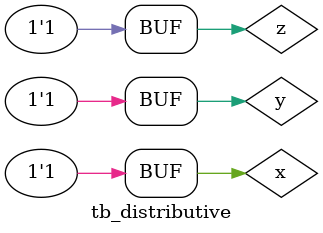
<source format=v>
`timescale 1ns/1ns
module tb_distributive();
  reg x, y, z;
  wire s0, temp0, s1, temp1, temp2;
  
  and2 u0(y, z, temp0);
  or2 u1(temp0, x, s0);
  
  or2 u2(x, y, temp1);
  or2 u3(x, z, temp2);
  and2 u4(temp1, temp2, s1);
  
  initial
  begin
    x = 0; y = 0; z = 0;
    #100; x = 0; y = 0; z = 1;
    #100; x = 0; y = 1; z = 0;
    #100; x = 0; y = 1; z = 1;
    #100; x = 1; y = 0; z = 0;
    #100; x = 1; y = 0; z = 1;
    #100; x = 1; y = 1; z = 0;
    #100; x = 1; y = 1; z = 1;
  end
  
endmodule



</source>
